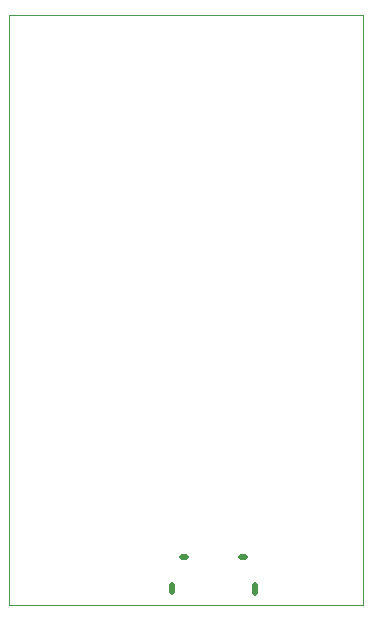
<source format=gbr>
G04 (created by PCBNEW (2013-mar-30)-stable) date Mon 03 Jun 2013 06:42:55 PM EDT*
%MOIN*%
G04 Gerber Fmt 3.4, Leading zero omitted, Abs format*
%FSLAX34Y34*%
G01*
G70*
G90*
G04 APERTURE LIST*
%ADD10C,0.006*%
%ADD11C,0.0197*%
%ADD12C,0.000393701*%
G04 APERTURE END LIST*
G54D10*
G54D11*
X74655Y-61376D02*
X74801Y-61376D01*
X72688Y-61374D02*
X72834Y-61374D01*
X72363Y-62305D02*
X72363Y-62566D01*
X75121Y-62309D02*
X75121Y-62570D01*
G54D12*
X66929Y-62992D02*
X66929Y-43307D01*
X78740Y-62992D02*
X66929Y-62992D01*
X78740Y-43307D02*
X78740Y-62992D01*
X66929Y-43307D02*
X78740Y-43307D01*
M02*

</source>
